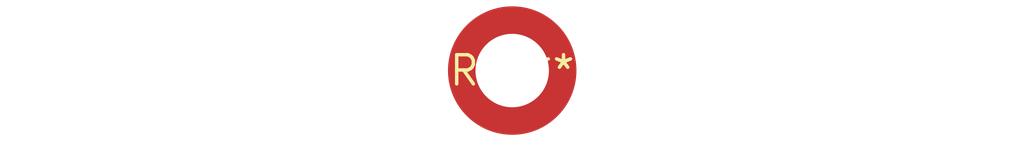
<source format=kicad_pcb>
(kicad_pcb (version 20240108) (generator pcbnew)
  (layers (0 "F.Cu" signal) (31 "B.Cu" signal) (34 "B.Paste" user) (35 "F.Paste" user) (36 "B.SilkS" user "B.Silkscreen") (37 "F.SilkS" user "F.Silkscreen") (38 "B.Mask" user) (39 "F.Mask" user) (44 "Edge.Cuts" user))
  (net 0 "")
  (footprint "MountingHole_3.2mm_M3_DIN965_Pad_TopOnly" (layer "F.Cu") (at 0 0)
    (property "Reference" "REF**")
    (property "Value" "MountingHole_3.2mm_M3_DIN965_Pad_TopOnly")
    (pad "1" thru_hole circle (at 0 0) (size 3.6 3.6) (drill 3.2) (layers *.Cu *.Mask) (remove_unused_layers))
    (pad "1" connect circle (at 0 0) (size 5.6 5.6) (layers "F.Cu" "F.Mask"))
  )
)
</source>
